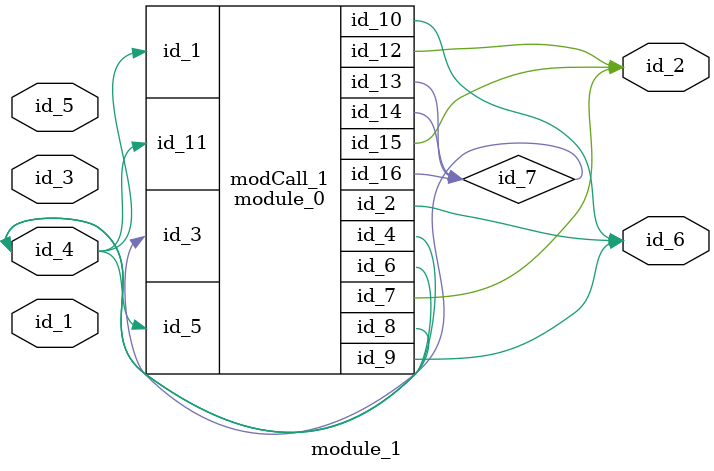
<source format=v>
module module_0 (
    id_1,
    id_2,
    id_3,
    id_4,
    id_5,
    id_6,
    id_7,
    id_8,
    id_9,
    id_10,
    id_11,
    id_12,
    id_13,
    id_14,
    id_15,
    id_16
);
  output wire id_16;
  output wire id_15;
  output wire id_14;
  output wire id_13;
  output wire id_12;
  input wire id_11;
  output wire id_10;
  output wire id_9;
  inout wire id_8;
  output wire id_7;
  output wire id_6;
  input wire id_5;
  inout wire id_4;
  input wire id_3;
  output wire id_2;
  input wire id_1;
  wire id_17;
endmodule
module module_1 (
    id_1,
    id_2,
    id_3,
    id_4,
    id_5,
    id_6
);
  output wire id_6;
  input wire id_5;
  inout wire id_4;
  input wire id_3;
  output wire id_2;
  input wire id_1;
  wire id_7;
  module_0 modCall_1 (
      id_4,
      id_6,
      id_7,
      id_4,
      id_4,
      id_4,
      id_2,
      id_4,
      id_6,
      id_6,
      id_4,
      id_2,
      id_7,
      id_7,
      id_2,
      id_7
  );
endmodule

</source>
